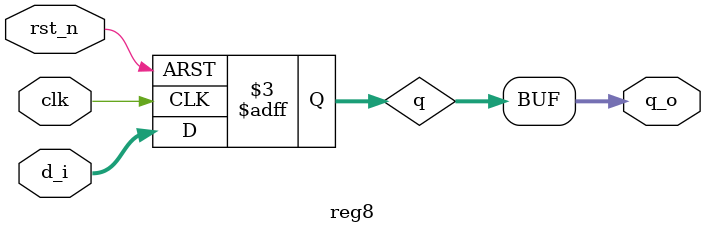
<source format=v>
`timescale 1ns / 1ps


module reg8
(
input [7:0] d_i,
input rst_n,
input clk,
output [7:0] q_o
);

reg [7:0] q;

always @(posedge clk or negedge rst_n) begin
    if (rst_n == 1'b0) begin
        q <= 8'b00000000;
    end
    else begin
        q <= d_i;
    end
end

assign q_o = q;

endmodule
</source>
